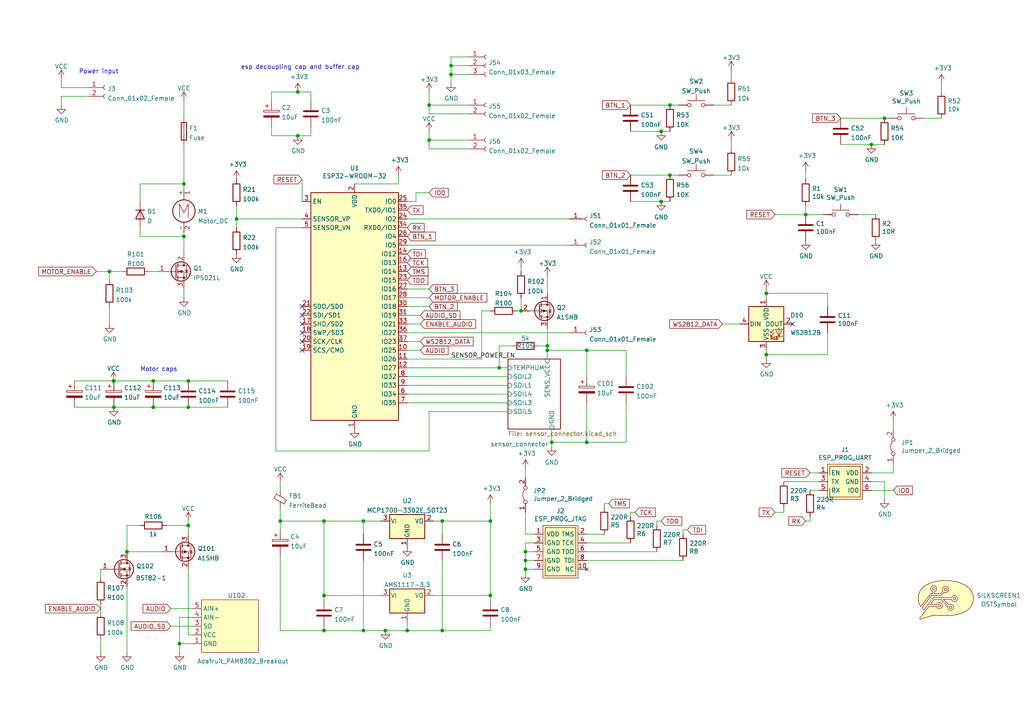
<source format=kicad_sch>
(kicad_sch (version 20211123) (generator eeschema)
  (paper "A4")
  (title_block (title "Flower watering thinga-ma-bob") (rev "1.0") (comment 1 "ESP32 WROOM based flower moisture sensor with connector for a pump."))
  (junction (at 33.02 118.11))
  (junction (at 86.36 26.67))
  (junction (at 36.83 160.02))
  (junction (at 128.27 151.13))
  (junction (at 86.36 39.37))
  (junction (at 44.45 110.49))
  (junction (at 54.61 110.49))
  (junction (at 142.24 151.13))
  (junction (at 130.81 21.59))
  (junction (at 93.98 182.88))
  (junction (at 191.77 38.1))
  (junction (at 252.73 41.91))
  (junction (at 68.58 63.5))
  (junction (at 170.18 128.27))
  (junction (at 53.34 53.34))
  (junction (at 152.4 165.1))
  (junction (at 118.11 182.88))
  (junction (at 124.46 30.48))
  (junction (at 222.25 85.09))
  (junction (at 52.07 186.69))
  (junction (at 130.81 19.05))
  (junction (at 124.46 40.64))
  (junction (at 191.77 58.42))
  (junction (at 152.4 162.56))
  (junction (at 256.54 34.29))
  (junction (at 81.28 151.13))
  (junction (at 32.9232 110.49))
  (junction (at 152.4 160.02))
  (junction (at 105.41 151.13))
  (junction (at 158.75 100.33))
  (junction (at 54.61 152.4))
  (junction (at 53.34 68.58))
  (junction (at 54.61 118.11))
  (junction (at 128.27 182.88))
  (junction (at 222.25 102.87))
  (junction (at 93.98 151.13))
  (junction (at 31.75 78.74))
  (junction (at 233.68 62.23))
  (junction (at 144.78 106.68))
  (junction (at 44.45 118.11))
  (junction (at 170.18 101.6))
  (junction (at 111.76 182.88))
  (junction (at 105.41 182.88))
  (junction (at 93.98 172.72))
  (junction (at 151.13 90.17))
  (junction (at 158.75 101.6))
  (junction (at 194.31 50.8))
  (junction (at 142.24 172.72))
  (junction (at 160.02 128.27))
  (junction (at 194.31 30.48))
  (junction (at 33.02 110.49))
  (no_connect (at 87.63 99.06))
  (no_connect (at 229.87 93.98))
  (no_connect (at 87.63 91.44))
  (no_connect (at 87.63 88.9))
  (no_connect (at 87.63 96.52))
  (no_connect (at 87.63 101.6))
  (no_connect (at 87.63 93.98))
  (wire (pts (xy 81.28 151.13) (xy 93.98 151.13)))
  (wire (pts (xy 181.61 101.6) (xy 170.18 101.6)))
  (wire (pts (xy 135.89 33.02) (xy 124.46 33.02)))
  (wire (pts (xy 118.11 91.44) (xy 121.92 91.44)))
  (wire (pts (xy 243.84 34.29) (xy 256.54 34.29)))
  (wire (pts (xy 190.5 152.4) (xy 190.5 151.13)))
  (wire (pts (xy 252.73 137.16) (xy 259.08 137.16)))
  (wire (pts (xy 222.25 83.82) (xy 222.25 85.09)))
  (wire (pts (xy 207.01 30.48) (xy 212.09 30.48)))
  (wire (pts (xy 124.46 26.67) (xy 124.46 30.48)))
  (wire (pts (xy 49.53 181.61) (xy 55.88 181.61)))
  (wire (pts (xy 158.75 95.25) (xy 158.75 100.33)))
  (wire (pts (xy 147.32 119.38) (xy 124.46 119.38)))
  (wire (pts (xy 31.75 78.74) (xy 31.75 81.28)))
  (wire (pts (xy 240.03 96.52) (xy 240.03 102.87)))
  (wire (pts (xy 170.18 154.94) (xy 175.26 154.94)))
  (wire (pts (xy 191.77 38.1) (xy 182.88 38.1)))
  (wire (pts (xy 240.03 102.87) (xy 222.25 102.87)))
  (wire (pts (xy 256.54 41.91) (xy 252.73 41.91)))
  (wire (pts (xy 142.24 146.05) (xy 142.24 151.13)))
  (wire (pts (xy 54.61 110.49) (xy 66.04 110.49)))
  (wire (pts (xy 273.05 26.67) (xy 273.05 24.13)))
  (wire (pts (xy 182.88 148.59) (xy 184.15 148.59)))
  (wire (pts (xy 154.94 165.1) (xy 152.4 165.1)))
  (wire (pts (xy 93.98 172.72) (xy 110.49 172.72)))
  (wire (pts (xy 118.11 86.36) (xy 124.46 86.36)))
  (wire (pts (xy 44.45 110.49) (xy 54.61 110.49)))
  (wire (pts (xy 118.11 71.12) (xy 165.1 71.12)))
  (wire (pts (xy 93.98 182.88) (xy 105.41 182.88)))
  (wire (pts (xy 128.27 162.56) (xy 128.27 182.88)))
  (wire (pts (xy 142.24 173.99) (xy 142.24 172.72)))
  (wire (pts (xy 198.12 162.56) (xy 170.18 162.56)))
  (wire (pts (xy 118.11 88.9) (xy 124.46 88.9)))
  (wire (pts (xy 194.31 50.8) (xy 196.85 50.8)))
  (wire (pts (xy 81.28 182.88) (xy 93.98 182.88)))
  (wire (pts (xy 248.92 62.23) (xy 254 62.23)))
  (wire (pts (xy 234.95 151.13) (xy 234.95 149.86)))
  (wire (pts (xy 124.46 43.18) (xy 124.46 40.64)))
  (wire (pts (xy 170.18 128.27) (xy 160.02 128.27)))
  (wire (pts (xy 196.85 30.48) (xy 194.31 30.48)))
  (wire (pts (xy 118.11 96.52) (xy 165.1 96.52)))
  (wire (pts (xy 152.4 165.1) (xy 152.4 162.56)))
  (wire (pts (xy 182.88 30.48) (xy 194.31 30.48)))
  (wire (pts (xy 118.11 114.3) (xy 147.32 114.3)))
  (wire (pts (xy 21.59 118.11) (xy 33.02 118.11)))
  (wire (pts (xy 147.32 106.68) (xy 144.78 106.68)))
  (wire (pts (xy 118.11 116.84) (xy 147.32 116.84)))
  (wire (pts (xy 80.01 66.04) (xy 87.63 66.04)))
  (wire (pts (xy 105.41 162.56) (xy 105.41 182.88)))
  (wire (pts (xy 156.21 100.33) (xy 158.75 100.33)))
  (wire (pts (xy 252.73 142.24) (xy 259.08 142.24)))
  (wire (pts (xy 55.88 179.07) (xy 52.07 179.07)))
  (wire (pts (xy 54.61 151.13) (xy 54.61 152.4)))
  (wire (pts (xy 160.02 124.46) (xy 160.02 128.27)))
  (wire (pts (xy 121.92 99.06) (xy 118.11 99.06)))
  (wire (pts (xy 102.87 53.34) (xy 115.57 53.34)))
  (wire (pts (xy 118.11 63.5) (xy 165.1 63.5)))
  (wire (pts (xy 49.53 176.53) (xy 55.88 176.53)))
  (wire (pts (xy 149.86 90.17) (xy 151.13 90.17)))
  (wire (pts (xy 68.58 63.5) (xy 87.63 63.5)))
  (wire (pts (xy 182.88 58.42) (xy 191.77 58.42)))
  (wire (pts (xy 29.21 167.64) (xy 29.21 165.1)))
  (wire (pts (xy 212.09 22.86) (xy 212.09 20.32)))
  (wire (pts (xy 125.73 151.13) (xy 128.27 151.13)))
  (wire (pts (xy 21.59 110.49) (xy 32.9232 110.49)))
  (wire (pts (xy 40.64 53.34) (xy 53.34 53.34)))
  (wire (pts (xy 43.18 78.74) (xy 45.72 78.74)))
  (wire (pts (xy 118.11 109.22) (xy 147.32 109.22)))
  (wire (pts (xy 90.17 39.37) (xy 86.36 39.37)))
  (wire (pts (xy 93.98 172.72) (xy 93.98 173.99)))
  (wire (pts (xy 227.33 148.59) (xy 227.33 147.32)))
  (wire (pts (xy 124.46 83.82) (xy 118.11 83.82)))
  (wire (pts (xy 234.95 142.24) (xy 237.49 142.24)))
  (wire (pts (xy 207.01 50.8) (xy 212.09 50.8)))
  (wire (pts (xy 27.94 78.74) (xy 31.75 78.74)))
  (wire (pts (xy 44.45 118.11) (xy 54.61 118.11)))
  (wire (pts (xy 53.34 29.21) (xy 53.34 34.29)))
  (wire (pts (xy 198.12 153.67) (xy 199.39 153.67)))
  (wire (pts (xy 139.7 90.17) (xy 139.7 104.14)))
  (wire (pts (xy 68.58 59.69) (xy 68.58 63.5)))
  (wire (pts (xy 194.31 58.42) (xy 191.77 58.42)))
  (wire (pts (xy 142.24 182.88) (xy 128.27 182.88)))
  (wire (pts (xy 259.08 124.46) (xy 259.08 121.92)))
  (wire (pts (xy 36.83 160.02) (xy 36.83 152.4)))
  (wire (pts (xy 120.65 55.88) (xy 124.46 55.88)))
  (wire (pts (xy 170.18 101.6) (xy 158.75 101.6)))
  (wire (pts (xy 151.13 78.74) (xy 151.13 77.47)))
  (wire (pts (xy 53.34 41.91) (xy 53.34 53.34)))
  (wire (pts (xy 54.61 152.4) (xy 54.61 154.94)))
  (wire (pts (xy 222.25 104.14) (xy 222.25 102.87)))
  (wire (pts (xy 29.21 175.26) (xy 29.21 177.8)))
  (wire (pts (xy 130.81 16.51) (xy 130.81 19.05)))
  (wire (pts (xy 81.28 139.7) (xy 81.28 142.24)))
  (wire (pts (xy 81.28 161.29) (xy 81.28 182.88)))
  (wire (pts (xy 68.58 63.5) (xy 68.58 66.04)))
  (wire (pts (xy 170.18 109.22) (xy 170.18 101.6)))
  (wire (pts (xy 182.88 50.8) (xy 194.31 50.8)))
  (wire (pts (xy 175.26 146.05) (xy 176.53 146.05)))
  (wire (pts (xy 198.12 154.94) (xy 198.12 153.67)))
  (wire (pts (xy 170.18 160.02) (xy 190.5 160.02)))
  (wire (pts (xy 256.54 144.78) (xy 256.54 139.7)))
  (wire (pts (xy 222.25 85.09) (xy 222.25 86.36)))
  (wire (pts (xy 144.78 100.33) (xy 144.78 106.68)))
  (wire (pts (xy 124.46 119.38) (xy 124.46 130.81)))
  (wire (pts (xy 86.36 39.37) (xy 78.74 39.37)))
  (wire (pts (xy 87.63 52.07) (xy 87.63 58.42)))
  (wire (pts (xy 125.73 172.72) (xy 142.24 172.72)))
  (wire (pts (xy 158.75 100.33) (xy 158.75 101.6)))
  (wire (pts (xy 124.46 130.81) (xy 80.01 130.81)))
  (wire (pts (xy 40.64 68.58) (xy 40.64 66.04)))
  (wire (pts (xy 118.11 180.34) (xy 118.11 182.88)))
  (wire (pts (xy 54.61 118.11) (xy 66.04 118.11)))
  (wire (pts (xy 209.55 93.98) (xy 214.63 93.98)))
  (wire (pts (xy 175.26 147.32) (xy 175.26 146.05)))
  (wire (pts (xy 31.75 78.74) (xy 35.56 78.74)))
  (wire (pts (xy 121.92 101.6) (xy 118.11 101.6)))
  (wire (pts (xy 25.4 25.4) (xy 17.78 25.4)))
  (wire (pts (xy 227.33 139.7) (xy 237.49 139.7)))
  (wire (pts (xy 31.75 88.9) (xy 31.75 93.98)))
  (wire (pts (xy 190.5 151.13) (xy 191.77 151.13)))
  (wire (pts (xy 259.08 137.16) (xy 259.08 134.62)))
  (wire (pts (xy 142.24 172.72) (xy 142.24 151.13)))
  (wire (pts (xy 224.79 62.23) (xy 233.68 62.23)))
  (wire (pts (xy 181.61 128.27) (xy 170.18 128.27)))
  (wire (pts (xy 17.78 25.4) (xy 17.78 22.86)))
  (wire (pts (xy 158.75 101.6) (xy 158.75 104.14)))
  (wire (pts (xy 53.34 68.58) (xy 40.64 68.58)))
  (wire (pts (xy 29.21 185.42) (xy 29.21 189.23)))
  (wire (pts (xy 78.74 29.21) (xy 78.74 26.67)))
  (wire (pts (xy 36.83 152.4) (xy 40.64 152.4)))
  (wire (pts (xy 256.54 34.29) (xy 257.81 34.29)))
  (wire (pts (xy 53.34 86.36) (xy 53.34 83.82)))
  (wire (pts (xy 194.31 38.1) (xy 191.77 38.1)))
  (wire (pts (xy 128.27 151.13) (xy 128.27 154.94)))
  (wire (pts (xy 78.74 39.37) (xy 78.74 36.83)))
  (wire (pts (xy 130.81 19.05) (xy 130.81 21.59)))
  (wire (pts (xy 148.59 100.33) (xy 144.78 100.33)))
  (wire (pts (xy 118.11 106.68) (xy 144.78 106.68)))
  (wire (pts (xy 224.79 148.59) (xy 227.33 148.59)))
  (wire (pts (xy 267.97 34.29) (xy 273.05 34.29)))
  (wire (pts (xy 240.03 88.9) (xy 240.03 85.09)))
  (wire (pts (xy 170.18 116.84) (xy 170.18 128.27)))
  (wire (pts (xy 33.02 110.49) (xy 44.45 110.49)))
  (wire (pts (xy 233.68 52.07) (xy 233.68 49.53)))
  (wire (pts (xy 40.64 58.42) (xy 40.64 53.34)))
  (wire (pts (xy 118.11 104.14) (xy 139.7 104.14)))
  (wire (pts (xy 17.78 27.94) (xy 17.78 30.48)))
  (wire (pts (xy 36.83 170.18) (xy 36.83 189.23)))
  (wire (pts (xy 33.02 118.11) (xy 44.45 118.11)))
  (wire (pts (xy 53.34 53.34) (xy 53.34 54.61)))
  (wire (pts (xy 222.25 102.87) (xy 222.25 101.6)))
  (wire (pts (xy 124.46 33.02) (xy 124.46 30.48)))
  (wire (pts (xy 52.07 186.69) (xy 55.88 186.69)))
  (wire (pts (xy 54.61 184.15) (xy 54.61 165.1)))
  (wire (pts (xy 158.75 80.01) (xy 158.75 85.09)))
  (wire (pts (xy 25.4 27.94) (xy 17.78 27.94)))
  (wire (pts (xy 32.9232 110.49) (xy 33.02 110.49)))
  (wire (pts (xy 78.74 26.67) (xy 86.36 26.67)))
  (wire (pts (xy 256.54 139.7) (xy 252.73 139.7)))
  (wire (pts (xy 152.4 154.94) (xy 154.94 154.94)))
  (wire (pts (xy 111.76 182.88) (xy 118.11 182.88)))
  (wire (pts (xy 118.11 182.88) (xy 128.27 182.88)))
  (wire (pts (xy 120.65 58.42) (xy 120.65 55.88)))
  (wire (pts (xy 152.4 148.59) (xy 152.4 154.94)))
  (wire (pts (xy 105.41 182.88) (xy 111.76 182.88)))
  (wire (pts (xy 128.27 151.13) (xy 142.24 151.13)))
  (wire (pts (xy 135.89 40.64) (xy 124.46 40.64)))
  (wire (pts (xy 55.88 184.15) (xy 54.61 184.15)))
  (wire (pts (xy 48.26 152.4) (xy 54.61 152.4)))
  (wire (pts (xy 152.4 138.43) (xy 152.4 135.89)))
  (wire (pts (xy 152.4 166.37) (xy 152.4 165.1)))
  (wire (pts (xy 105.41 151.13) (xy 110.49 151.13)))
  (wire (pts (xy 135.89 16.51) (xy 130.81 16.51)))
  (wire (pts (xy 90.17 29.21) (xy 90.17 26.67)))
  (wire (pts (xy 212.09 43.18) (xy 212.09 40.64)))
  (wire (pts (xy 243.84 41.91) (xy 252.73 41.91)))
  (wire (pts (xy 52.07 189.23) (xy 52.07 186.69)))
  (wire (pts (xy 233.68 59.69) (xy 233.68 62.23)))
  (wire (pts (xy 118.11 58.42) (xy 120.65 58.42)))
  (wire (pts (xy 154.94 162.56) (xy 152.4 162.56)))
  (wire (pts (xy 93.98 151.13) (xy 105.41 151.13)))
  (wire (pts (xy 152.4 162.56) (xy 152.4 160.02)))
  (wire (pts (xy 160.02 129.54) (xy 160.02 128.27)))
  (wire (pts (xy 181.61 109.22) (xy 181.61 101.6)))
  (wire (pts (xy 81.28 153.67) (xy 81.28 151.13)))
  (wire (pts (xy 115.57 53.34) (xy 115.57 50.8)))
  (wire (pts (xy 53.34 67.31) (xy 53.34 68.58)))
  (wire (pts (xy 105.41 154.94) (xy 105.41 151.13)))
  (wire (pts (xy 135.89 19.05) (xy 130.81 19.05)))
  (wire (pts (xy 182.88 149.86) (xy 182.88 148.59)))
  (wire (pts (xy 135.89 21.59) (xy 130.81 21.59)))
  (wire (pts (xy 130.81 21.59) (xy 130.81 24.13)))
  (wire (pts (xy 142.24 181.61) (xy 142.24 182.88)))
  (wire (pts (xy 151.13 86.36) (xy 151.13 90.17)))
  (wire (pts (xy 181.61 116.84) (xy 181.61 128.27)))
  (wire (pts (xy 90.17 36.83) (xy 90.17 39.37)))
  (wire (pts (xy 124.46 40.64) (xy 124.46 38.1)))
  (wire (pts (xy 234.95 137.16) (xy 237.49 137.16)))
  (wire (pts (xy 93.98 172.72) (xy 93.98 151.13)))
  (wire (pts (xy 170.18 157.48) (xy 182.88 157.48)))
  (wire (pts (xy 121.92 93.98) (xy 118.11 93.98)))
  (wire (pts (xy 154.94 160.02) (xy 152.4 160.02)))
  (wire (pts (xy 233.68 62.23) (xy 238.76 62.23)))
  (wire (pts (xy 93.98 181.61) (xy 93.98 182.88)))
  (wire (pts (xy 118.11 111.76) (xy 147.32 111.76)))
  (wire (pts (xy 135.89 43.18) (xy 124.46 43.18)))
  (wire (pts (xy 52.07 179.07) (xy 52.07 186.69)))
  (wire (pts (xy 90.17 26.67) (xy 86.36 26.67)))
  (wire (pts (xy 36.83 160.02) (xy 46.99 160.02)))
  (wire (pts (xy 81.28 147.32) (xy 81.28 151.13)))
  (wire (pts (xy 233.68 151.13) (xy 234.95 151.13)))
  (wire (pts (xy 152.4 160.02) (xy 152.4 157.48)))
  (wire (pts (xy 152.4 157.48) (xy 154.94 157.48)))
  (wire (pts (xy 135.89 30.48) (xy 124.46 30.48)))
  (wire (pts (xy 142.24 90.17) (xy 139.7 90.17)))
  (wire (pts (xy 53.34 68.58) (xy 53.34 73.66)))
  (wire (pts (xy 240.03 85.09) (xy 222.25 85.09)))
  (wire (pts (xy 80.01 130.81) (xy 80.01 66.04)))
  (text "esp decoupling cap and buffer cap\n" (at 69.85 20.32 0) (effects (font (size 1.27 1.27)) (justify left bottom)))
  (text "Motor caps\n" (at 40.64 107.95 0) (effects (font (size 1.27 1.27)) (justify left bottom)))
  (text "Power input\n" (at 22.86 21.59 0) (effects (font (size 1.27 1.27)) (justify left bottom)))
  (label "SENSOR_POWER_EN" (at 130.81 104.14 0))
  (global_label "TDI" (shape input) (at 118.11 73.66 0) (property "Intersheet References" "${INTERSHEET_REFS}" (effects hide)))
  (global_label "RX" (shape input) (at 118.11 66.04 0) (property "Intersheet References" "${INTERSHEET_REFS}" (effects hide)))
  (global_label "AUDIO" (shape input) (at 49.53 176.53 180) (property "Intersheet References" "${INTERSHEET_REFS}" (effects hide)))
  (global_label "AUDIO_SD" (shape input) (at 121.92 91.44 0) (property "Intersheet References" "${INTERSHEET_REFS}" (effects hide)))
  (global_label "RESET" (shape input) (at 234.95 137.16 180) (property "Intersheet References" "${INTERSHEET_REFS}" (effects hide)))
  (global_label "TX" (shape input) (at 118.11 60.96 0) (property "Intersheet References" "${INTERSHEET_REFS}" (effects hide)))
  (global_label "BTN_3" (shape input) (at 124.46 83.82 0) (property "Intersheet References" "${INTERSHEET_REFS}" (effects hide)))
  (global_label "IO0" (shape input) (at 259.08 142.24 0) (property "Intersheet References" "${INTERSHEET_REFS}" (effects hide)))
  (global_label "RESET" (shape input) (at 87.63 52.07 180) (property "Intersheet References" "${INTERSHEET_REFS}" (effects hide)))
  (global_label "TMS" (shape input) (at 118.11 78.74 0) (property "Intersheet References" "${INTERSHEET_REFS}" (effects hide)))
  (global_label "MOTOR_ENABLE" (shape input) (at 27.94 78.74 180) (property "Intersheet References" "${INTERSHEET_REFS}" (effects hide)))
  (global_label "ENABLE_AUDIO" (shape input) (at 121.92 93.98 0) (property "Intersheet References" "${INTERSHEET_REFS}" (effects hide)))
  (global_label "AUDIO_SD" (shape input) (at 49.53 181.61 180) (property "Intersheet References" "${INTERSHEET_REFS}" (effects hide)))
  (global_label "TMS" (shape input) (at 176.53 146.05 0) (property "Intersheet References" "${INTERSHEET_REFS}" (effects hide)))
  (global_label "BTN_2" (shape input) (at 124.46 88.9 0) (property "Intersheet References" "${INTERSHEET_REFS}" (effects hide)))
  (global_label "MOTOR_ENABLE" (shape input) (at 124.46 86.36 0) (property "Intersheet References" "${INTERSHEET_REFS}" (effects hide)))
  (global_label "TDO" (shape input) (at 118.11 81.28 0) (property "Intersheet References" "${INTERSHEET_REFS}" (effects hide)))
  (global_label "TCK" (shape input) (at 184.15 148.59 0) (property "Intersheet References" "${INTERSHEET_REFS}" (effects hide)))
  (global_label "BTN_3" (shape input) (at 243.84 34.29 180) (property "Intersheet References" "${INTERSHEET_REFS}" (effects hide)))
  (global_label "TCK" (shape input) (at 118.11 76.2 0) (property "Intersheet References" "${INTERSHEET_REFS}" (effects hide)))
  (global_label "AUDIO" (shape input) (at 121.92 101.6 0) (property "Intersheet References" "${INTERSHEET_REFS}" (effects hide)))
  (global_label "BTN_1" (shape input) (at 182.88 30.48 180) (property "Intersheet References" "${INTERSHEET_REFS}" (effects hide)))
  (global_label "RESET" (shape input) (at 224.79 62.23 180) (property "Intersheet References" "${INTERSHEET_REFS}" (effects hide)))
  (global_label "IO0" (shape input) (at 124.46 55.88 0) (property "Intersheet References" "${INTERSHEET_REFS}" (effects hide)))
  (global_label "TDI" (shape input) (at 199.39 153.67 0) (property "Intersheet References" "${INTERSHEET_REFS}" (effects hide)))
  (global_label "ENABLE_AUDIO" (shape input) (at 29.21 176.53 180) (property "Intersheet References" "${INTERSHEET_REFS}" (effects hide)))
  (global_label "WS2812_DATA" (shape input) (at 121.92 99.06 0) (property "Intersheet References" "${INTERSHEET_REFS}" (effects hide)))
  (global_label "BTN_1" (shape input) (at 118.11 68.58 0) (property "Intersheet References" "${INTERSHEET_REFS}" (effects hide)))
  (global_label "RX" (shape input) (at 233.68 151.13 180) (property "Intersheet References" "${INTERSHEET_REFS}" (effects hide)))
  (global_label "TX" (shape input) (at 224.79 148.59 180) (property "Intersheet References" "${INTERSHEET_REFS}" (effects hide)))
  (global_label "BTN_2" (shape input) (at 182.88 50.8 180) (property "Intersheet References" "${INTERSHEET_REFS}" (effects hide)))
  (global_label "TDO" (shape input) (at 191.77 151.13 0) (property "Intersheet References" "${INTERSHEET_REFS}" (effects hide)))
  (global_label "WS2812_DATA" (shape input) (at 209.55 93.98 180) (property "Intersheet References" "${INTERSHEET_REFS}" (effects hide)))
  (symbol (lib_id "Device:C") (at 128.27 158.75 0) (unit 1)
    (property "Reference" "C6" (at 131.191 157.8415 0) (effects (justify left)))
    (property "Value" "100nF" (at 131.191 160.6166 0) (effects (justify left)))
    (property "Footprint" "Capacitor_SMD:C_0603_1608Metric_Pad1.08x0.95mm_HandSolder" (effects hide))
  )
  (symbol (lib_id "power:GND") (at 254 69.85 0) (unit 1)
    (property "Reference" "#PWR02" (effects hide))
    (property "Value" "GND" (at 254.127 74.2442 0))
  )
  (symbol (lib_id "Connector_Esp:ESP_PROG_UART") (at 245.11 139.7 0) (unit 1)
    (property "Reference" "J1" (at 245.11 130.429 0))
    (property "Value" "ESP_PROG_UART" (at 245.11 132.7404 0))
    (property "Footprint" "Connector_Esp:SMT_ESP_PROG_PROG_1.27" (effects hide))
  )
  (symbol (lib_id "power:+3V3") (at 212.09 40.64 0) (unit 1)
    (property "Reference" "#PWR0114" (effects hide))
    (property "Value" "+3V3" (at 212.09 37.0355 0))
  )
  (symbol (lib_id "Device:R") (at 68.58 69.85 180) (unit 1)
    (property "Reference" "R22" (at 70.358 68.9415 0) (effects (justify right)))
    (property "Value" "100k" (at 70.358 71.7166 0) (effects (justify right)))
    (property "Footprint" "Resistor_SMD:R_0603_1608Metric_Pad0.98x0.95mm_HandSolder" (effects hide))
  )
  (symbol (lib_id "Device:C") (at 240.03 92.71 0) (unit 1)
    (property "Reference" "C11" (at 242.951 91.5416 0) (effects (justify left)))
    (property "Value" "100nF" (at 242.951 93.853 0) (effects (justify left)))
    (property "Footprint" "Capacitor_SMD:C_0603_1608Metric_Pad1.08x0.95mm_HandSolder" (effects hide))
  )
  (symbol (lib_id "power:VCC") (at 222.25 83.82 0) (unit 1)
    (property "Reference" "#PWR0136" (effects hide))
    (property "Value" "VCC" (at 222.25 80.2155 0))
  )
  (symbol (lib_id "Device:R") (at 175.26 151.13 0) (mirror x) (unit 1)
    (property "Reference" "R5" (at 177.038 152.2984 0) (effects (justify left)))
    (property "Value" "220R" (at 177.038 149.987 0) (effects (justify left)))
    (property "Footprint" "Resistor_SMD:R_0603_1608Metric_Pad0.98x0.95mm_HandSolder" (effects hide))
  )
  (symbol (lib_id "Jumper:Jumper_2_Bridged") (at 152.4 143.51 90) (unit 1)
    (property "Reference" "JP2" (at 154.6352 142.3416 90) (effects (justify right)))
    (property "Value" "Jumper_2_Bridged" (at 154.6352 144.653 90) (effects (justify right)))
    (property "Footprint" "Jumper:SolderJumper-2_P1.3mm_Open_TrianglePad1.0x1.5mm" (effects hide))
  )
  (symbol (lib_id "Device:R") (at 233.68 55.88 0) (unit 1)
    (property "Reference" "R1" (at 235.458 54.7116 0) (effects (justify left)))
    (property "Value" "10k" (at 235.458 57.023 0) (effects (justify left)))
    (property "Footprint" "Resistor_SMD:R_0603_1608Metric_Pad0.98x0.95mm_HandSolder" (effects hide))
  )
  (symbol (lib_id "Device:C") (at 93.98 177.8 0) (unit 1)
    (property "Reference" "C7" (at 96.901 176.8915 0) (effects (justify left)))
    (property "Value" "100nF" (at 96.901 179.6666 0) (effects (justify left)))
    (property "Footprint" "Capacitor_SMD:C_0603_1608Metric_Pad1.08x0.95mm_HandSolder" (effects hide))
  )
  (symbol (lib_id "Device:C") (at 105.41 158.75 0) (unit 1)
    (property "Reference" "C5" (at 108.331 157.8415 0) (effects (justify left)))
    (property "Value" "100nF" (at 108.331 160.6166 0) (effects (justify left)))
    (property "Footprint" "Capacitor_SMD:C_0603_1608Metric_Pad1.08x0.95mm_HandSolder" (effects hide))
  )
  (symbol (lib_id "Device:R") (at 146.05 90.17 90) (unit 1)
    (property "Reference" "R104" (at 146.05 85.1875 90))
    (property "Value" "R100" (at 146.05 87.9626 90))
    (property "Footprint" "Resistor_SMD:R_0603_1608Metric_Pad0.98x0.95mm_HandSolder" (effects hide))
  )
  (symbol (lib_id "SymbolOST:OSTSymbol") (at 274.32 173.99 0) (unit 1) (in_bom no)
    (property "Reference" "SILKSCREEN1" (at 283.21 172.72 0) (effects (justify left)))
    (property "Value" "OSTSymbol" (at 284.48 175.26 0) (effects (justify left)))
    (property "Footprint" "SymbolOST:ost-bubble_12mm_SilkScreen" (effects hide))
  )
  (symbol (lib_id "power:GND") (at 33.02 118.11 0) (unit 1)
    (property "Reference" "#PWR0134" (effects hide))
    (property "Value" "GND" (at 33.147 122.5042 0))
  )
  (symbol (lib_id "Jumper:Jumper_2_Bridged") (at 259.08 129.54 90) (unit 1)
    (property "Reference" "JP1" (at 261.3152 128.3716 90) (effects (justify right)))
    (property "Value" "Jumper_2_Bridged" (at 261.3152 130.683 90) (effects (justify right)))
    (property "Footprint" "Jumper:SolderJumper-2_P1.3mm_Open_TrianglePad1.0x1.5mm" (effects hide))
  )
  (symbol (lib_id "power:VCC") (at 81.28 139.7 0) (unit 1)
    (property "Reference" "#PWR0119" (effects hide))
    (property "Value" "VCC" (at 81.28 136.0955 0))
  )
  (symbol (lib_id "power:+3V3") (at 86.36 26.67 0) (unit 1)
    (property "Reference" "#PWR0102" (effects hide))
    (property "Value" "+3V3" (at 86.741 22.2758 0))
  )
  (symbol (lib_id "Device:C_Polarized") (at 170.18 113.03 0) (unit 1)
    (property "Reference" "C101" (at 173.101 111.2325 0) (effects (justify left)))
    (property "Value" "10uF" (at 173.101 114.0076 0) (effects (justify left)))
    (property "Footprint" "Capacitor_SMD:CP_Elec_10x10.5" (effects hide))
  )
  (symbol (lib_id "power:+3V3") (at 142.24 146.05 0) (unit 1)
    (property "Reference" "#PWR0118" (effects hide))
    (property "Value" "+3V3" (at 142.621 141.6558 0))
  )
  (symbol (lib_id "power:GND") (at 118.11 158.75 0) (unit 1)
    (property "Reference" "#PWR03" (effects hide))
    (property "Value" "GND" (at 118.237 163.1442 0))
  )
  (symbol (lib_id "Device:R") (at 234.95 146.05 0) (mirror x) (unit 1)
    (property "Reference" "R4" (at 236.728 147.2184 0) (effects (justify left)))
    (property "Value" "220R" (at 236.728 144.907 0) (effects (justify left)))
    (property "Footprint" "Resistor_SMD:R_0603_1608Metric_Pad0.98x0.95mm_HandSolder" (effects hide))
  )
  (symbol (lib_id "power:GND") (at 160.02 129.54 0) (unit 1)
    (property "Reference" "#PWR0116" (effects hide))
    (property "Value" "GND" (at 160.02 134.1025 0))
  )
  (symbol (lib_id "Device:R") (at 44.45 152.4 90) (unit 1)
    (property "Reference" "R106" (at 44.45 149.86 90))
    (property "Value" "1k" (at 44.45 154.94 90))
    (property "Footprint" "Resistor_SMD:R_0603_1608Metric_Pad0.98x0.95mm_HandSolder" (effects hide))
  )
  (symbol (lib_id "Device:R") (at 190.5 156.21 0) (mirror x) (unit 1)
    (property "Reference" "R7" (at 192.278 157.3784 0) (effects (justify left)))
    (property "Value" "220R" (at 192.278 155.067 0) (effects (justify left)))
    (property "Footprint" "Resistor_SMD:R_0603_1608Metric_Pad0.98x0.95mm_HandSolder" (effects hide))
  )
  (symbol (lib_id "power:GND") (at 256.54 144.78 0) (unit 1)
    (property "Reference" "#PWR0106" (effects hide))
    (property "Value" "GND" (at 256.667 149.1742 0))
  )
  (symbol (lib_id "power:VCC") (at 53.34 29.21 0) (unit 1)
    (property "Reference" "#PWR0125" (effects hide))
    (property "Value" "VCC" (at 53.34 25.6055 0))
  )
  (symbol (lib_id "Device:R") (at 152.4 100.33 90) (unit 1)
    (property "Reference" "R105" (at 152.4 100.33 90))
    (property "Value" "5k" (at 152.4 98.1226 90))
    (property "Footprint" "Resistor_SMD:R_0603_1608Metric_Pad0.98x0.95mm_HandSolder" (effects hide))
  )
  (symbol (lib_id "power:GND") (at 86.36 39.37 0) (unit 1)
    (property "Reference" "#PWR0105" (effects hide))
    (property "Value" "GND" (at 86.487 43.7642 0))
  )
  (symbol (lib_id "LED:WS2812B") (at 222.25 93.98 0) (unit 1)
    (property "Reference" "D10" (at 231.14 91.44 0))
    (property "Value" "WS2812B" (at 233.68 96.52 0))
    (property "Footprint" "LED_SMD:LED_WS2812B_PLCC4_5.0x5.0mm_P3.2mm" (effects hide))
    (property "Datasheet" "https://cdn-shop.adafruit.com/datasheets/WS2812B.pdf" (effects hide))
  )
  (symbol (lib_id "power:GND") (at 53.34 86.36 0) (unit 1)
    (property "Reference" "#PWR0126" (effects hide))
    (property "Value" "GND" (at 53.467 90.7542 0))
  )
  (symbol (lib_id "Device:C") (at 66.04 114.3 0) (unit 1)
    (property "Reference" "C115" (at 68.961 113.3915 0) (effects (justify left)))
    (property "Value" "100nF" (at 68.961 116.1666 0) (effects (justify left)))
    (property "Footprint" "Capacitor_SMD:C_0603_1608Metric_Pad1.08x0.95mm_HandSolder" (effects hide))
  )
  (symbol (lib_id "power:VCC") (at 17.78 22.86 0) (unit 1)
    (property "Reference" "#PWR0123" (effects hide))
    (property "Value" "VCC" (at 17.78 19.2555 0))
  )
  (symbol (lib_id "Device:R") (at 254 66.04 0) (unit 1)
    (property "Reference" "R2" (at 255.778 64.8716 0) (effects (justify left)))
    (property "Value" "10R" (at 255.778 67.183 0) (effects (justify left)))
    (property "Footprint" "Resistor_SMD:R_0603_1608Metric_Pad0.98x0.95mm_HandSolder" (effects hide))
  )
  (symbol (lib_id "power:+3V3") (at 152.4 135.89 0) (unit 1)
    (property "Reference" "#PWR0115" (effects hide))
    (property "Value" "+3V3" (at 152.781 131.4958 0))
  )
  (symbol (lib_id "Device:R") (at 151.13 82.55 180) (unit 1)
    (property "Reference" "R102" (at 152.908 81.6415 0) (effects (justify right)))
    (property "Value" "100k" (at 152.908 84.4166 0) (effects (justify right)))
    (property "Footprint" "Resistor_SMD:R_0603_1608Metric_Pad0.98x0.95mm_HandSolder" (effects hide))
  )
  (symbol (lib_id "power:GND") (at 68.58 73.66 0) (unit 1)
    (property "Reference" "#PWR0124" (effects hide))
    (property "Value" "GND" (at 68.707 78.0542 0))
  )
  (symbol (lib_id "power:GND") (at 52.07 189.23 0) (unit 1)
    (property "Reference" "#PWR0129" (effects hide))
    (property "Value" "GND" (at 52.197 193.6242 0))
  )
  (symbol (lib_id "power:VCC") (at 54.61 151.13 0) (unit 1)
    (property "Reference" "#PWR0127" (effects hide))
    (property "Value" "VCC" (at 54.61 147.5255 0))
  )
  (symbol (lib_id "Connector:Conn_01x01_Female") (at 170.18 96.52 0) (unit 1)
    (property "Reference" "J53" (at 170.8912 95.6115 0) (effects (justify left)))
    (property "Value" "Conn_01x01_Female" (at 170.8912 98.3866 0) (effects (justify left)))
    (property "Footprint" "Connector_PinSocket_2.54mm:PinSocket_1x01_P2.54mm_Vertical" (effects hide))
  )
  (symbol (lib_id "Device:R") (at 182.88 153.67 0) (mirror x) (unit 1)
    (property "Reference" "R6" (at 184.658 154.8384 0) (effects (justify left)))
    (property "Value" "220R" (at 184.658 152.527 0) (effects (justify left)))
    (property "Footprint" "Resistor_SMD:R_0603_1608Metric_Pad0.98x0.95mm_HandSolder" (effects hide))
  )
  (symbol (lib_id "Device:C_Polarized") (at 44.45 114.3 0) (unit 1)
    (property "Reference" "C113" (at 47.371 112.5025 0) (effects (justify left)))
    (property "Value" "10uF" (at 47.371 115.2776 0) (effects (justify left)))
    (property "Footprint" "Capacitor_SMD:CP_Elec_10x10.5" (effects hide))
  )
  (symbol (lib_id "Device:R") (at 29.21 171.45 180) (unit 1)
    (property "Reference" "R107" (at 30.988 170.5415 0) (effects (justify right)))
    (property "Value" "R100" (at 30.988 173.3166 0) (effects (justify right)))
    (property "Footprint" "Resistor_SMD:R_0603_1608Metric_Pad0.98x0.95mm_HandSolder" (effects hide))
  )
  (symbol (lib_id "power:+3V3") (at 151.13 77.47 0) (unit 1)
    (property "Reference" "#PWR0113" (effects hide))
    (property "Value" "+3V3" (at 151.511 73.0758 0))
  )
  (symbol (lib_id "power:GND") (at 252.73 41.91 0) (unit 1)
    (property "Reference" "#PWR0109" (effects hide))
    (property "Value" "GND" (at 252.857 46.3042 0))
  )
  (symbol (lib_id "power:+3V3") (at 212.09 20.32 0) (unit 1)
    (property "Reference" "#PWR0112" (effects hide))
    (property "Value" "+3V3" (at 212.09 16.7155 0))
  )
  (symbol (lib_id "Device:C_Polarized") (at 33.02 114.3 0) (unit 1)
    (property "Reference" "C112" (at 35.941 112.5025 0) (effects (justify left)))
    (property "Value" "10uF" (at 35.941 115.2776 0) (effects (justify left)))
    (property "Footprint" "Capacitor_SMD:CP_Elec_10x10.5" (effects hide))
  )
  (symbol (lib_id "Connector_Esp:ESP_PROG_JTAG") (at 162.56 160.02 0) (unit 1)
    (property "Reference" "J2" (at 162.56 148.209 0))
    (property "Value" "ESP_PROG_JTAG" (at 162.56 150.5204 0))
    (property "Footprint" "Connector_Esp:SMT_ESP_PROG_JTAG_1.27" (effects hide))
  )
  (symbol (lib_id "power:GND") (at 36.83 189.23 0) (unit 1)
    (property "Reference" "#PWR0128" (effects hide))
    (property "Value" "GND" (at 36.957 193.6242 0))
  )
  (symbol (lib_id "power:GND") (at 17.78 30.48 0) (unit 1)
    (property "Reference" "#PWR0122" (effects hide))
    (property "Value" "GND" (at 17.907 34.8742 0))
  )
  (symbol (lib_id "Device:C") (at 90.17 33.02 0) (unit 1)
    (property "Reference" "C3" (at 93.091 32.1115 0) (effects (justify left)))
    (property "Value" "100nF" (at 93.091 34.8866 0) (effects (justify left)))
    (property "Footprint" "Capacitor_SMD:C_0603_1608Metric_Pad1.08x0.95mm_HandSolder" (effects hide))
  )
  (symbol (lib_id "power:GND") (at 29.21 189.23 0) (unit 1)
    (property "Reference" "#PWR0132" (effects hide))
    (property "Value" "GND" (at 29.337 193.6242 0))
  )
  (symbol (lib_id "power:+3V3") (at 124.46 26.67 0) (unit 1)
    (property "Reference" "#PWR052" (effects hide))
    (property "Value" "+3V3" (at 124.46 23.0655 0))
  )
  (symbol (lib_id "power:VCC") (at 32.9232 110.49 0) (unit 1)
    (property "Reference" "#PWR0133" (effects hide))
    (property "Value" "VCC" (at 32.9232 106.8855 0))
  )
  (symbol (lib_id "Device:R") (at 198.12 158.75 0) (mirror x) (unit 1)
    (property "Reference" "R8" (at 199.898 159.9184 0) (effects (justify left)))
    (property "Value" "220R" (at 199.898 157.607 0) (effects (justify left)))
    (property "Footprint" "Resistor_SMD:R_0603_1608Metric_Pad0.98x0.95mm_HandSolder" (effects hide))
  )
  (symbol (lib_id "Connector:Conn_01x01_Female") (at 170.18 63.5 0) (unit 1)
    (property "Reference" "J51" (at 170.8912 62.5915 0) (effects (justify left)))
    (property "Value" "Conn_01x01_Female" (at 170.8912 65.3666 0) (effects (justify left)))
    (property "Footprint" "Connector_PinSocket_2.54mm:PinSocket_1x01_P2.54mm_Vertical" (effects hide))
  )
  (symbol (lib_id "Connector:Conn_01x03_Female") (at 140.97 19.05 0) (unit 1)
    (property "Reference" "J54" (at 141.6812 18.1415 0) (effects (justify left)))
    (property "Value" "Conn_01x03_Female" (at 141.6812 20.9166 0) (effects (justify left)))
    (property "Footprint" "Connector_PinSocket_2.54mm:PinSocket_1x03_P2.54mm_Vertical" (effects hide))
  )
  (symbol (lib_id "Device:R") (at 227.33 143.51 0) (mirror x) (unit 1)
    (property "Reference" "R3" (at 229.108 144.6784 0) (effects (justify left)))
    (property "Value" "220R" (at 229.108 142.367 0) (effects (justify left)))
    (property "Footprint" "Resistor_SMD:R_0603_1608Metric_Pad0.98x0.95mm_HandSolder" (effects hide))
  )
  (symbol (lib_id "power:GND") (at 102.87 124.46 0) (unit 1)
    (property "Reference" "#PWR0120" (effects hide))
    (property "Value" "GND" (at 102.997 128.8542 0))
  )
  (symbol (lib_id "power:GND") (at 31.75 93.98 0) (unit 1)
    (property "Reference" "#PWR0131" (effects hide))
    (property "Value" "GND" (at 31.877 98.3742 0))
  )
  (symbol (lib_id "power:GND") (at 222.25 104.14 0) (unit 1)
    (property "Reference" "#PWR0135" (effects hide))
    (property "Value" "GND" (at 222.377 108.5342 0))
  )
  (symbol (lib_id "Device:R") (at 212.09 46.99 0) (unit 1)
    (property "Reference" "R55" (at 213.868 46.0815 0) (effects (justify left)))
    (property "Value" "10k" (at 213.868 48.8566 0) (effects (justify left)))
    (property "Footprint" "Resistor_SMD:R_0603_1608Metric_Pad0.98x0.95mm_HandSolder" (effects hide))
  )
  (symbol (lib_id "Device:C") (at 142.24 177.8 0) (unit 1)
    (property "Reference" "C8" (at 145.161 176.8915 0) (effects (justify left)))
    (property "Value" "100nF" (at 145.161 179.6666 0) (effects (justify left)))
    (property "Footprint" "Capacitor_SMD:C_0603_1608Metric_Pad1.08x0.95mm_HandSolder" (effects hide))
  )
  (symbol (lib_id "Device:R") (at 31.75 85.09 180) (unit 1)
    (property "Reference" "R103" (at 33.528 84.1815 0) (effects (justify right)))
    (property "Value" "100k" (at 33.528 86.9566 0) (effects (justify right)))
    (property "Footprint" "Resistor_SMD:R_0603_1608Metric_Pad0.98x0.95mm_HandSolder" (effects hide))
  )
  (symbol (lib_id "Device:R") (at 273.05 30.48 0) (unit 1)
    (property "Reference" "R52" (at 274.828 29.3116 0) (effects (justify left)))
    (property "Value" "10k" (at 274.828 31.623 0) (effects (justify left)))
    (property "Footprint" "Resistor_SMD:R_0603_1608Metric_Pad0.98x0.95mm_HandSolder" (effects hide))
  )
  (symbol (lib_id "Device:Q_PMOS_DGS") (at 156.21 90.17 0) (unit 1)
    (property "Reference" "Q2" (at 161.417 89.2615 0) (effects (justify left)))
    (property "Value" "A1SHB" (at 161.417 92.0366 0) (effects (justify left)))
    (property "Footprint" "Package_TO_SOT_SMD:SOT-23" (effects hide))
  )
  (symbol (lib_id "Connector:Conn_01x01_Female") (at 170.18 71.12 0) (unit 1)
    (property "Reference" "J52" (at 170.8912 70.2115 0) (effects (justify left)))
    (property "Value" "Conn_01x01_Female" (at 170.8912 72.9866 0) (effects (justify left)))
    (property "Footprint" "Connector_PinSocket_2.54mm:PinSocket_1x01_P2.54mm_Vertical" (effects hide))
  )
  (symbol (lib_id "Device:C") (at 54.61 114.3 0) (unit 1)
    (property "Reference" "C114" (at 57.531 113.3915 0) (effects (justify left)))
    (property "Value" "100nF" (at 57.531 116.1666 0) (effects (justify left)))
    (property "Footprint" "Capacitor_SMD:C_0603_1608Metric_Pad1.08x0.95mm_HandSolder" (effects hide))
  )
  (symbol (lib_id "Device:R") (at 212.09 26.67 0) (unit 1)
    (property "Reference" "R51" (at 213.868 25.7615 0) (effects (justify left)))
    (property "Value" "10k" (at 213.868 28.5366 0) (effects (justify left)))
    (property "Footprint" "Resistor_SMD:R_0603_1608Metric_Pad0.98x0.95mm_HandSolder" (effects hide))
  )
  (symbol (lib_name "Conn_01x02_Female_1") (lib_id "Connector:Conn_01x02_Female") (at 140.97 40.64 0) (unit 1)
    (property "Reference" "J56" (at 141.6812 41.0015 0) (effects (justify left)))
    (property "Value" "Conn_01x02_Female" (at 141.6812 43.7766 0) (effects (justify left)))
    (property "Footprint" "Connector_PinSocket_2.54mm:PinSocket_1x02_P2.54mm_Vertical" (effects hide))
  )
  (symbol (lib_id "Regulator_Linear:MCP1700-3302E_SOT23") (at 118.11 151.13 0) (unit 1)
    (property "Reference" "U2" (at 118.11 145.2585 0))
    (property "Value" "MCP1700-3302E_SOT23" (at 118.11 148.0336 0))
    (property "Footprint" "Package_TO_SOT_SMD:SOT-23" (effects hide))
    (property "Datasheet" "http://ww1.microchip.com/downloads/en/DeviceDoc/20001826D.pdf" (effects hide))
  )
  (symbol (lib_id "Connector:Conn_01x02_Female") (at 30.48 25.4 0) (unit 1)
    (property "Reference" "J3" (at 31.1912 25.7615 0) (effects (justify left)))
    (property "Value" "Conn_01x02_Female" (at 31.1912 28.5366 0) (effects (justify left)))
    (property "Footprint" "Connector_JST:JST_PH_B2B-PH-SM4-TB_1x02-1MP_P2.00mm_Vertical" (effects hide))
  )
  (symbol (lib_id "special:Adafruit_PAM8302_Breakout") (at 68.58 181.61 0) (unit 1)
    (property "Reference" "U102" (at 66.04 172.72 0) (effects (justify left)))
    (property "Value" "Adafruit_PAM8302_Breakout" (at 57.15 191.77 0) (effects (justify left)))
    (property "Footprint" "special:Adafruit_PAM8302_Breakout" (effects hide))
  )
  (symbol (lib_id "Device:R") (at 68.58 55.88 180) (unit 1)
    (property "Reference" "R21" (at 70.358 54.9715 0) (effects (justify right)))
    (property "Value" "100k" (at 70.358 57.7466 0) (effects (justify right)))
    (property "Footprint" "Resistor_SMD:R_0603_1608Metric_Pad0.98x0.95mm_HandSolder" (effects hide))
  )
  (symbol (lib_id "power:GND") (at 111.76 182.88 0) (unit 1)
    (property "Reference" "#PWR0130" (effects hide))
    (property "Value" "GND" (at 111.887 187.2742 0))
  )
  (symbol (lib_id "Device:Q_PMOS_GSD") (at 52.07 160.02 0) (unit 1)
    (property "Reference" "Q101" (at 57.277 159.1115 0) (effects (justify left)))
    (property "Value" "A1SHB" (at 57.277 161.8866 0) (effects (justify left)))
    (property "Footprint" "Package_TO_SOT_SMD:SOT-23" (effects hide))
  )
  (symbol (lib_id "Device:R") (at 256.54 38.1 0) (unit 1)
    (property "Reference" "R54" (at 258.318 37.1915 0) (effects (justify left)))
    (property "Value" "10K" (at 258.318 39.9666 0) (effects (justify left)))
    (property "Footprint" "Resistor_SMD:R_0603_1608Metric_Pad0.98x0.95mm_HandSolder" (effects hide))
  )
  (symbol (lib_id "power:+3V3") (at 259.08 121.92 0) (unit 1)
    (property "Reference" "#PWR0107" (effects hide))
    (property "Value" "+3V3" (at 259.461 117.5258 0))
  )
  (symbol (lib_name "Conn_01x02_Female_1") (lib_id "Connector:Conn_01x02_Female") (at 140.97 30.48 0) (unit 1)
    (property "Reference" "J55" (at 141.6812 30.8415 0) (effects (justify left)))
    (property "Value" "Conn_01x02_Female" (at 141.6812 33.6166 0) (effects (justify left)))
    (property "Footprint" "Connector_PinSocket_2.54mm:PinSocket_1x02_P2.54mm_Vertical" (effects hide))
  )
  (symbol (lib_id "Switch:SW_Push") (at 201.93 50.8 0) (unit 1)
    (property "Reference" "SW4" (at 201.93 43.9125 0))
    (property "Value" "SW_Push" (at 201.93 46.6876 0))
    (property "Footprint" "Button_Switch_THT:SW_PUSH_6mm_H5mm" (effects hide))
  )
  (symbol (lib_id "power:GND") (at 191.77 38.1 0) (unit 1)
    (property "Reference" "#PWR0101" (effects hide))
    (property "Value" "GND" (at 191.77 42.6625 0))
  )
  (symbol (lib_id "Device:C") (at 243.84 38.1 0) (unit 1)
    (property "Reference" "C52" (at 246.761 37.1915 0) (effects (justify left)))
    (property "Value" "100nF" (at 246.761 39.9666 0) (effects (justify left)))
    (property "Footprint" "Capacitor_SMD:C_0603_1608Metric_Pad1.08x0.95mm_HandSolder" (effects hide))
  )
  (symbol (lib_id "Device:R") (at 39.37 78.74 90) (unit 1)
    (property "Reference" "R101" (at 39.37 73.7575 90))
    (property "Value" "R100" (at 39.37 76.5326 90))
    (property "Footprint" "Resistor_SMD:R_0603_1608Metric_Pad0.98x0.95mm_HandSolder" (effects hide))
  )
  (symbol (lib_id "power:+3V3") (at 233.68 49.53 0) (unit 1)
    (property "Reference" "#PWR01" (effects hide))
    (property "Value" "+3V3" (at 234.061 45.1358 0))
  )
  (symbol (lib_id "power:GND") (at 191.77 58.42 0) (unit 1)
    (property "Reference" "#PWR0104" (effects hide))
    (property "Value" "GND" (at 191.77 62.9825 0))
  )
  (symbol (lib_id "power:VCC") (at 124.46 38.1 0) (unit 1)
    (property "Reference" "#PWR053" (effects hide))
    (property "Value" "VCC" (at 124.46 34.4955 0))
  )
  (symbol (lib_id "Device:FerriteBead_Small") (at 81.28 144.78 0) (unit 1)
    (property "Reference" "FB1" (at 83.7438 143.8334 0) (effects (justify left)))
    (property "Value" "FerriteBead" (at 83.7438 146.6085 0) (effects (justify left)))
    (property "Footprint" "Resistor_SMD:R_1206_3216Metric_Pad1.30x1.75mm_HandSolder" (effects hide))
  )
  (symbol (lib_id "Device:Fuse") (at 53.34 38.1 0) (unit 1)
    (property "Reference" "F1" (at 54.864 37.1915 0) (effects (justify left)))
    (property "Value" "Fuse" (at 54.864 39.9666 0) (effects (justify left)))
    (property "Footprint" "Fuse:Fuseholder_Cylinder-5x20mm_Stelvio-Kontek_PTF78_Horizontal_Open" (effects hide))
  )
  (symbol (lib_id "Motor:Motor_DC") (at 53.34 59.69 0) (unit 1)
    (property "Reference" "M1" (at 57.3532 61.3215 0) (effects (justify left)))
    (property "Value" "Motor_DC" (at 57.3532 64.0966 0) (effects (justify left)))
    (property "Footprint" "Connector_JST:JST_XH_B2B-XH-A_1x02_P2.50mm_Vertical" (effects hide))
  )
  (symbol (lib_id "power:GND") (at 152.4 166.37 0) (unit 1)
    (property "Reference" "#PWR0117" (effects hide))
    (property "Value" "GND" (at 152.527 170.7642 0))
  )
  (symbol (lib_id "power:GND") (at 233.68 69.85 0) (unit 1)
    (property "Reference" "#PWR0111" (effects hide))
    (property "Value" "GND" (at 233.807 74.2442 0))
  )
  (symbol (lib_id "Device:C") (at 233.68 66.04 0) (unit 1)
    (property "Reference" "C1" (at 236.601 64.8716 0) (effects (justify left)))
    (property "Value" "100nF" (at 236.601 67.183 0) (effects (justify left)))
    (property "Footprint" "Capacitor_SMD:C_0603_1608Metric_Pad1.08x0.95mm_HandSolder" (effects hide))
  )
  (symbol (lib_id "Device:R") (at 29.21 181.61 180) (unit 1)
    (property "Reference" "R108" (at 30.988 180.7015 0) (effects (justify right)))
    (property "Value" "100k" (at 30.988 183.4766 0) (effects (justify right)))
    (property "Footprint" "Resistor_SMD:R_0603_1608Metric_Pad0.98x0.95mm_HandSolder" (effects hide))
  )
  (symbol (lib_id "power:+3V3") (at 273.05 24.13 0) (unit 1)
    (property "Reference" "#PWR0110" (effects hide))
    (property "Value" "+3V3" (at 273.431 19.7358 0))
  )
  (symbol (lib_id "power:+3V3") (at 115.57 50.8 0) (unit 1)
    (property "Reference" "#PWR0103" (effects hide))
    (property "Value" "+3V3" (at 115.951 46.4058 0))
  )
  (symbol (lib_id "power:+3V3") (at 68.58 52.07 0) (unit 1)
    (property "Reference" "#PWR0121" (effects hide))
    (property "Value" "+3V3" (at 68.961 47.6758 0))
  )
  (symbol (lib_id "Device:C") (at 182.88 34.29 0) (unit 1)
    (property "Reference" "C51" (at 185.801 33.3815 0) (effects (justify left)))
    (property "Value" "100nF" (at 185.801 36.1566 0) (effects (justify left)))
    (property "Footprint" "Capacitor_SMD:C_0603_1608Metric_Pad1.08x0.95mm_HandSolder" (effects hide))
  )
  (symbol (lib_id "Device:R") (at 194.31 54.61 0) (unit 1)
    (property "Reference" "R56" (at 196.088 53.7015 0) (effects (justify left)))
    (property "Value" "10K" (at 196.088 56.4766 0) (effects (justify left)))
    (property "Footprint" "Resistor_SMD:R_0603_1608Metric_Pad0.98x0.95mm_HandSolder" (effects hide))
  )
  (symbol (lib_id "Device:C_Polarized") (at 78.74 33.02 0) (unit 1)
    (property "Reference" "C2" (at 81.661 31.2225 0) (effects (justify left)))
    (property "Value" "10uF" (at 81.661 33.9976 0) (effects (justify left)))
    (property "Footprint" "Capacitor_SMD:CP_Elec_10x10.5" (effects hide))
  )
  (symbol (lib_id "power:+3.3V") (at 158.75 80.01 0) (unit 1)
    (property "Reference" "#PWR0108" (effects hide))
    (property "Value" "+3.3V" (at 158.75 76.4055 0))
  )
  (symbol (lib_id "Device:Q_NMOS_GDS") (at 50.8 78.74 0) (unit 1)
    (property "Reference" "Q1" (at 56.007 77.8315 0) (effects (justify left)))
    (property "Value" "IPS021L" (at 56.007 80.6066 0) (effects (justify left)))
    (property "Footprint" "Package_TO_SOT_SMD:SOT-223-3_TabPin2" (effects hide))
  )
  (symbol (lib_id "Regulator_Linear:AMS1117-3.3") (at 118.11 172.72 0) (unit 1)
    (property "Reference" "U3" (at 118.11 166.8485 0))
    (property "Value" "AMS1117-3.3" (at 118.11 169.6236 0))
    (property "Footprint" "Package_TO_SOT_SMD:SOT-223-3_TabPin2" (effects hide))
    (property "Datasheet" "http://www.advanced-monolithic.com/pdf/ds1117.pdf" (effects hide))
  )
  (symbol (lib_id "Switch:SW_Push") (at 243.84 62.23 0) (unit 1)
    (property "Reference" "SW1" (at 243.84 54.991 0))
    (property "Value" "SW_Push" (at 243.84 57.3024 0))
    (property "Footprint" "Button_Switch_SMD:SW_SPST_TL3342" (effects hide))
  )
  (symbol (lib_id "RF_Module:ESP32-WROOM-32") (at 102.87 88.9 0) (unit 1)
    (property "Reference" "U1" (at 102.87 48.7426 0))
    (property "Value" "ESP32-WROOM-32" (at 102.87 51.054 0))
    (property "Footprint" "RF_Module:ESP32-WROOM-32" (effects hide))
    (property "Datasheet" "https://www.espressif.com/sites/default/files/documentation/esp32-wroom-32_datasheet_en.pdf" (effects hide))
  )
  (symbol (lib_id "power:GND") (at 130.81 24.13 0) (unit 1)
    (property "Reference" "#PWR051" (effects hide))
    (property "Value" "GND" (at 130.937 28.5242 0))
  )
  (symbol (lib_id "Device:D") (at 40.64 62.23 270) (unit 1)
    (property "Reference" "D1" (at 42.672 61.3215 90) (effects (justify left)))
    (property "Value" "D" (at 42.672 64.0966 90) (effects (justify left)))
    (property "Footprint" "Diode_THT:D_DO-15_P15.24mm_Horizontal" (effects hide))
  )
  (symbol (lib_id "Device:C") (at 182.88 54.61 0) (unit 1)
    (property "Reference" "C53" (at 185.801 53.7015 0) (effects (justify left)))
    (property "Value" "100nF" (at 185.801 56.4766 0) (effects (justify left)))
    (property "Footprint" "Capacitor_SMD:C_0603_1608Metric_Pad1.08x0.95mm_HandSolder" (effects hide))
  )
  (symbol (lib_id "Device:C") (at 181.61 113.03 0) (unit 1)
    (property "Reference" "C102" (at 184.531 112.1215 0) (effects (justify left)))
    (property "Value" "100nF" (at 184.531 114.8966 0) (effects (justify left)))
    (property "Footprint" "Capacitor_SMD:C_0603_1608Metric_Pad1.08x0.95mm_HandSolder" (effects hide))
  )
  (symbol (lib_id "Switch:SW_Push") (at 262.89 34.29 0) (unit 1)
    (property "Reference" "SW3" (at 262.89 27.051 0))
    (property "Value" "SW_Push" (at 262.89 29.3624 0))
    (property "Footprint" "Button_Switch_THT:SW_PUSH_6mm_H5mm" (effects hide))
  )
  (symbol (lib_id "Device:R") (at 194.31 34.29 0) (unit 1)
    (property "Reference" "R53" (at 196.088 33.3815 0) (effects (justify left)))
    (property "Value" "10K" (at 196.088 36.1566 0) (effects (justify left)))
    (property "Footprint" "Resistor_SMD:R_0603_1608Metric_Pad0.98x0.95mm_HandSolder" (effects hide))
  )
  (symbol (lib_id "Device:C_Polarized") (at 21.59 114.3 0) (unit 1)
    (property "Reference" "C111" (at 24.511 112.5025 0) (effects (justify left)))
    (property "Value" "10uF" (at 24.511 115.2776 0) (effects (justify left)))
    (property "Footprint" "Capacitor_SMD:CP_Elec_10x10.5" (effects hide))
  )
  (symbol (lib_id "Device:Q_NMOS_GSD") (at 34.29 165.1 0) (unit 1)
    (property "Reference" "Q102" (at 39.497 164.1915 0) (effects (justify left)))
    (property "Value" "BST82-1" (at 39.37 167.64 0) (effects (justify left)))
    (property "Footprint" "Package_TO_SOT_SMD:SOT-23" (effects hide))
  )
  (symbol (lib_id "Device:C_Polarized") (at 81.28 157.48 0) (unit 1)
    (property "Reference" "C4" (at 84.201 155.6825 0) (effects (justify left)))
    (property "Value" "10uF" (at 84.201 158.4576 0) (effects (justify left)))
    (property "Footprint" "Capacitor_SMD:CP_Elec_10x10.5" (effects hide))
  )
  (symbol (lib_id "Switch:SW_Push") (at 201.93 30.48 0) (unit 1)
    (property "Reference" "SW2" (at 201.93 23.5925 0))
    (property "Value" "SW_Push" (at 201.93 26.3676 0))
    (property "Footprint" "Button_Switch_THT:SW_PUSH_6mm_H5mm" (effects hide))
  )
  (sheet (at 147.32 104.14) (size 15.24 20.32) (stroke (width 0.1524))
    (property "Sheet name" "sensor_connector" (at 142.24 129.54 0) (effects (justify left bottom)))
    (property "Sheet file" "sensor_connector.kicad_sch" (at 147.32 125.0446 0) (effects (justify left top)))
    (pin "SENS_VCC" input (at 158.75 104.14 90))
    (pin "GND" input (at 160.02 124.46 270))
    (pin "SOIL1" input (at 147.32 111.76 180))
    (pin "SOIL2" input (at 147.32 109.22 180))
    (pin "SOIL3" input (at 147.32 116.84 180))
    (pin "SOIL4" input (at 147.32 114.3 180))
    (pin "TEMPHUM" input (at 147.32 106.68 180))
    (pin "SOIL5" input (at 147.32 119.38 180))
  )
)
</source>
